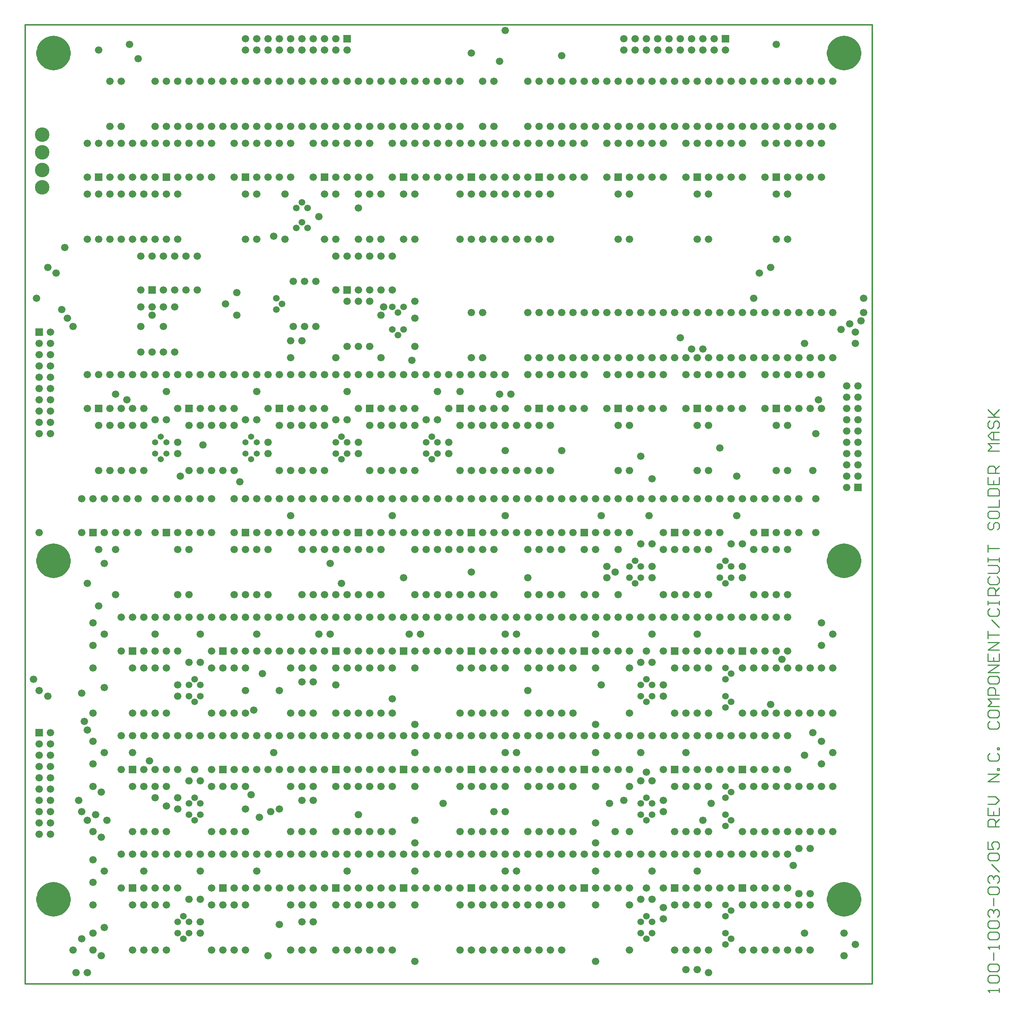
<source format=gbs>
*%FSLAX23Y23*%
*%MOIN*%
G01*
%ADD11C,0.006*%
%ADD12C,0.007*%
%ADD13C,0.008*%
%ADD14C,0.010*%
%ADD15C,0.012*%
%ADD16C,0.020*%
%ADD17C,0.030*%
%ADD18C,0.032*%
%ADD19C,0.036*%
%ADD20C,0.050*%
%ADD21C,0.050*%
%ADD22C,0.052*%
%ADD23C,0.054*%
%ADD24C,0.055*%
%ADD25C,0.056*%
%ADD26C,0.059*%
%ADD27C,0.062*%
%ADD28C,0.066*%
%ADD29C,0.070*%
%ADD30C,0.090*%
%ADD31C,0.125*%
%ADD32C,0.129*%
%ADD33C,0.140*%
%ADD34C,0.160*%
%ADD35C,0.250*%
%ADD36R,0.062X0.062*%
%ADD37R,0.066X0.066*%
D14*
X14001Y3875D02*
Y3908D01*
Y3892D01*
X13901D01*
X13902D01*
X13901D02*
X13918Y3875D01*
Y3958D02*
X13901Y3975D01*
Y4008D01*
X13918Y4025D01*
X13984D01*
X14001Y4008D01*
Y3975D01*
X13984Y3958D01*
X13918D01*
Y4058D02*
X13901Y4075D01*
Y4108D01*
X13918Y4125D01*
X13984D01*
X14001Y4108D01*
Y4075D01*
X13984Y4058D01*
X13918D01*
X13951Y4158D02*
Y4225D01*
X14001Y4258D02*
Y4292D01*
Y4275D01*
X13901D01*
X13902D01*
X13901D02*
X13918Y4258D01*
Y4342D02*
X13901Y4358D01*
Y4392D01*
X13918Y4408D01*
X13984D01*
X14001Y4392D01*
Y4358D01*
X13984Y4342D01*
X13918D01*
Y4441D02*
X13901Y4458D01*
Y4491D01*
X13918Y4508D01*
X13984D01*
X14001Y4491D01*
Y4458D01*
X13984Y4441D01*
X13918D01*
Y4541D02*
X13901Y4558D01*
Y4591D01*
X13918Y4608D01*
X13934D01*
X13935D01*
X13934D02*
X13935D01*
X13934D02*
X13935D01*
X13934D02*
X13951Y4591D01*
Y4575D01*
Y4591D01*
X13968Y4608D01*
X13984D01*
X14001Y4591D01*
Y4558D01*
X13984Y4541D01*
X13951Y4641D02*
Y4708D01*
X13918Y4741D02*
X13901Y4758D01*
Y4791D01*
X13918Y4808D01*
X13984D01*
X14001Y4791D01*
Y4758D01*
X13984Y4741D01*
X13918D01*
Y4841D02*
X13901Y4858D01*
Y4891D01*
X13918Y4908D01*
X13934D01*
X13935D01*
X13934D02*
X13935D01*
X13934D02*
X13935D01*
X13934D02*
X13951Y4891D01*
Y4875D01*
Y4891D01*
X13968Y4908D01*
X13984D01*
X14001Y4891D01*
Y4858D01*
X13984Y4841D01*
X14001Y4941D02*
X13934Y5008D01*
X13918Y5041D02*
X13901Y5058D01*
Y5091D01*
X13918Y5108D01*
X13984D01*
X14001Y5091D01*
Y5058D01*
X13984Y5041D01*
X13918D01*
X13901Y5141D02*
Y5208D01*
Y5141D02*
X13951D01*
X13934Y5175D01*
Y5191D01*
X13951Y5208D01*
X13984D01*
X14001Y5191D01*
Y5158D01*
X13984Y5141D01*
X14001Y5341D02*
X13901D01*
Y5391D01*
X13918Y5408D01*
X13951D01*
X13968Y5391D01*
Y5341D01*
Y5375D02*
X14001Y5408D01*
X13901Y5441D02*
Y5508D01*
Y5441D02*
X14001D01*
Y5508D01*
X13951Y5474D02*
Y5441D01*
X13968Y5541D02*
X13901D01*
X13968D02*
X14001Y5574D01*
X13968Y5608D01*
X13901D01*
Y5741D02*
X14001D01*
Y5808D02*
X13901Y5741D01*
Y5808D02*
X14001D01*
Y5841D02*
X13984D01*
Y5858D01*
X14001D01*
Y5841D01*
X13901Y5974D02*
X13918Y5991D01*
X13901Y5974D02*
Y5941D01*
X13918Y5924D01*
X13984D01*
X14001Y5941D01*
Y5974D01*
X13984Y5991D01*
Y6024D02*
X14001D01*
X13984D02*
Y6041D01*
X14001D01*
Y6024D01*
X13901Y6258D02*
X13918Y6274D01*
X13901Y6258D02*
Y6224D01*
X13918Y6208D01*
X13984D01*
X14001Y6224D01*
Y6258D01*
X13984Y6274D01*
X13901Y6324D02*
Y6358D01*
Y6324D02*
X13918Y6308D01*
X13984D01*
X14001Y6324D01*
Y6358D01*
X13984Y6374D01*
X13918D01*
X13901Y6358D01*
Y6408D02*
X14001D01*
X13934Y6441D02*
X13901Y6408D01*
X13934Y6441D02*
X13901Y6474D01*
X14001D01*
Y6507D02*
X13901D01*
Y6557D01*
X13918Y6574D01*
X13951D01*
X13968Y6557D01*
Y6507D01*
X13901Y6624D02*
Y6657D01*
Y6624D02*
X13918Y6607D01*
X13984D01*
X14001Y6624D01*
Y6657D01*
X13984Y6674D01*
X13918D01*
X13901Y6657D01*
Y6707D02*
X14001D01*
Y6774D02*
X13901Y6707D01*
Y6774D02*
X14001D01*
X13901Y6807D02*
Y6874D01*
Y6807D02*
X14001D01*
Y6874D01*
X13951Y6841D02*
Y6807D01*
X14001Y6907D02*
X13901D01*
X14001Y6974D01*
X13901D01*
Y7007D02*
Y7074D01*
Y7041D01*
X14001D01*
Y7107D02*
X13934Y7174D01*
X13901Y7257D02*
X13918Y7274D01*
X13901Y7257D02*
Y7224D01*
X13918Y7207D01*
X13984D01*
X14001Y7224D01*
Y7257D01*
X13984Y7274D01*
X13901Y7307D02*
Y7341D01*
Y7324D01*
X14001D01*
Y7307D01*
Y7341D01*
Y7391D02*
X13901D01*
Y7441D01*
X13918Y7457D01*
X13951D01*
X13968Y7441D01*
Y7391D01*
Y7424D02*
X14001Y7457D01*
X13918Y7557D02*
X13901Y7540D01*
Y7507D01*
X13918Y7490D01*
X13984D01*
X14001Y7507D01*
Y7540D01*
X13984Y7557D01*
Y7590D02*
X13901D01*
X13984D02*
X14001Y7607D01*
Y7640D01*
X13984Y7657D01*
X13901D01*
Y7690D02*
Y7724D01*
Y7707D01*
X14001D01*
Y7690D01*
Y7724D01*
X13901Y7774D02*
Y7840D01*
Y7807D01*
X14001D01*
X13901Y8024D02*
X13918Y8040D01*
X13901Y8024D02*
Y7990D01*
X13918Y7974D01*
X13934D01*
X13951Y7990D01*
Y8024D01*
X13968Y8040D01*
X13984D01*
X14001Y8024D01*
Y7990D01*
X13984Y7974D01*
X13901Y8090D02*
Y8124D01*
Y8090D02*
X13918Y8074D01*
X13984D01*
X14001Y8090D01*
Y8124D01*
X13984Y8140D01*
X13918D01*
X13901Y8124D01*
Y8174D02*
X14001D01*
Y8240D01*
Y8274D02*
X13901D01*
X14001D02*
Y8324D01*
X13984Y8340D01*
X13918D01*
X13901Y8324D01*
Y8274D01*
Y8374D02*
Y8440D01*
Y8374D02*
X14001D01*
Y8440D01*
X13951Y8407D02*
Y8374D01*
X14001Y8474D02*
X13901D01*
Y8523D01*
X13918Y8540D01*
X13951D01*
X13968Y8523D01*
Y8474D01*
Y8507D02*
X14001Y8540D01*
Y8673D02*
X13901D01*
X13934Y8707D01*
X13901Y8740D01*
X14001D01*
Y8773D02*
X13934D01*
X13901Y8807D01*
X13934Y8840D01*
X14001D01*
X13951D01*
Y8773D01*
X13901Y8923D02*
X13918Y8940D01*
X13901Y8923D02*
Y8890D01*
X13918Y8873D01*
X13934D01*
X13951Y8890D01*
Y8923D01*
X13968Y8940D01*
X13984D01*
X14001Y8923D01*
Y8890D01*
X13984Y8873D01*
X14001Y8973D02*
X13901D01*
X13968D02*
X14001D01*
X13968D02*
X13901Y9040D01*
X13951Y8990D01*
X14001Y9040D01*
D15*
X12876Y3950D02*
X5376D01*
Y12450D02*
X12876D01*
Y3950D01*
X5376D02*
Y12450D01*
D21*
X5499Y7700D02*
X5500D01*
X5499D02*
X5499Y7690D01*
X5501Y7680D01*
X5503Y7670D01*
X5506Y7660D01*
X5509Y7650D01*
X5514Y7641D01*
X5519Y7632D01*
X5524Y7624D01*
X5531Y7616D01*
X5538Y7608D01*
X5546Y7602D01*
X5554Y7595D01*
X5562Y7590D01*
X5572Y7585D01*
X5581Y7581D01*
X5591Y7578D01*
X5601Y7576D01*
X5611Y7574D01*
X5621Y7573D01*
X5631D01*
X5641Y7574D01*
X5651Y7576D01*
X5661Y7578D01*
X5671Y7581D01*
X5680Y7585D01*
X5690Y7590D01*
X5698Y7595D01*
X5706Y7602D01*
X5714Y7608D01*
X5721Y7616D01*
X5728Y7624D01*
X5733Y7632D01*
X5738Y7641D01*
X5743Y7650D01*
X5746Y7660D01*
X5749Y7670D01*
X5751Y7680D01*
X5753Y7690D01*
X5753Y7700D01*
X5754D01*
X5753D02*
X5753Y7710D01*
X5751Y7720D01*
X5749Y7730D01*
X5746Y7740D01*
X5743Y7750D01*
X5738Y7759D01*
X5733Y7768D01*
X5728Y7776D01*
X5721Y7784D01*
X5714Y7792D01*
X5706Y7798D01*
X5698Y7805D01*
X5690Y7810D01*
X5680Y7815D01*
X5671Y7819D01*
X5661Y7822D01*
X5651Y7824D01*
X5641Y7826D01*
X5631Y7827D01*
X5621D01*
X5611Y7826D01*
X5601Y7824D01*
X5591Y7822D01*
X5581Y7819D01*
X5572Y7815D01*
X5562Y7810D01*
X5554Y7805D01*
X5546Y7798D01*
X5538Y7792D01*
X5531Y7784D01*
X5524Y7776D01*
X5519Y7768D01*
X5514Y7759D01*
X5509Y7750D01*
X5506Y7740D01*
X5503Y7730D01*
X5501Y7720D01*
X5499Y7710D01*
X5499Y7700D01*
X5547D02*
X5548D01*
X5547D02*
X5548Y7691D01*
X5549Y7682D01*
X5552Y7673D01*
X5555Y7665D01*
X5560Y7657D01*
X5565Y7649D01*
X5572Y7643D01*
X5579Y7637D01*
X5586Y7632D01*
X5595Y7627D01*
X5603Y7624D01*
X5612Y7622D01*
X5621Y7621D01*
X5631D01*
X5640Y7622D01*
X5649Y7624D01*
X5657Y7627D01*
X5666Y7632D01*
X5673Y7637D01*
X5680Y7643D01*
X5687Y7649D01*
X5692Y7657D01*
X5697Y7665D01*
X5700Y7673D01*
X5703Y7682D01*
X5704Y7691D01*
X5705Y7700D01*
X5706D01*
X5705D02*
X5704Y7709D01*
X5703Y7718D01*
X5700Y7727D01*
X5697Y7735D01*
X5692Y7743D01*
X5687Y7751D01*
X5680Y7757D01*
X5673Y7763D01*
X5666Y7768D01*
X5657Y7773D01*
X5649Y7776D01*
X5640Y7778D01*
X5631Y7779D01*
X5621D01*
X5612Y7778D01*
X5603Y7776D01*
X5595Y7773D01*
X5586Y7768D01*
X5579Y7763D01*
X5572Y7757D01*
X5565Y7751D01*
X5560Y7743D01*
X5555Y7735D01*
X5552Y7727D01*
X5549Y7718D01*
X5548Y7709D01*
X5547Y7700D01*
X5595D02*
X5596D01*
X5595D02*
X5596Y7694D01*
X5598Y7687D01*
X5601Y7682D01*
X5605Y7677D01*
X5610Y7673D01*
X5616Y7671D01*
X5623Y7669D01*
X5629D01*
X5636Y7671D01*
X5642Y7673D01*
X5647Y7677D01*
X5651Y7682D01*
X5654Y7687D01*
X5656Y7694D01*
X5657Y7700D01*
X5658D01*
X5657D02*
X5656Y7706D01*
X5654Y7713D01*
X5651Y7718D01*
X5647Y7723D01*
X5642Y7727D01*
X5636Y7729D01*
X5629Y7731D01*
X5623D01*
X5616Y7729D01*
X5610Y7727D01*
X5605Y7723D01*
X5601Y7718D01*
X5598Y7713D01*
X5596Y7706D01*
X5595Y7700D01*
X5626D02*
D03*
X12499D02*
X12500D01*
X12499D02*
X12499Y7690D01*
X12501Y7680D01*
X12503Y7670D01*
X12506Y7660D01*
X12509Y7650D01*
X12514Y7641D01*
X12519Y7632D01*
X12524Y7624D01*
X12531Y7616D01*
X12538Y7608D01*
X12546Y7602D01*
X12554Y7595D01*
X12562Y7590D01*
X12572Y7585D01*
X12581Y7581D01*
X12591Y7578D01*
X12601Y7576D01*
X12611Y7574D01*
X12621Y7573D01*
X12631D01*
X12641Y7574D01*
X12651Y7576D01*
X12661Y7578D01*
X12671Y7581D01*
X12680Y7585D01*
X12690Y7590D01*
X12698Y7595D01*
X12706Y7602D01*
X12714Y7608D01*
X12721Y7616D01*
X12728Y7624D01*
X12733Y7632D01*
X12738Y7641D01*
X12743Y7650D01*
X12746Y7660D01*
X12749Y7670D01*
X12751Y7680D01*
X12753Y7690D01*
X12753Y7700D01*
X12754D01*
X12753D02*
X12753Y7710D01*
X12751Y7720D01*
X12749Y7730D01*
X12746Y7740D01*
X12743Y7750D01*
X12738Y7759D01*
X12733Y7768D01*
X12728Y7776D01*
X12721Y7784D01*
X12714Y7792D01*
X12706Y7798D01*
X12698Y7805D01*
X12690Y7810D01*
X12680Y7815D01*
X12671Y7819D01*
X12661Y7822D01*
X12651Y7824D01*
X12641Y7826D01*
X12631Y7827D01*
X12621D01*
X12611Y7826D01*
X12601Y7824D01*
X12591Y7822D01*
X12581Y7819D01*
X12572Y7815D01*
X12562Y7810D01*
X12554Y7805D01*
X12546Y7798D01*
X12538Y7792D01*
X12531Y7784D01*
X12524Y7776D01*
X12519Y7768D01*
X12514Y7759D01*
X12509Y7750D01*
X12506Y7740D01*
X12503Y7730D01*
X12501Y7720D01*
X12499Y7710D01*
X12499Y7700D01*
X12547D02*
X12548D01*
X12547D02*
X12548Y7691D01*
X12549Y7682D01*
X12552Y7673D01*
X12555Y7665D01*
X12560Y7657D01*
X12565Y7649D01*
X12572Y7643D01*
X12579Y7637D01*
X12586Y7632D01*
X12595Y7627D01*
X12603Y7624D01*
X12612Y7622D01*
X12621Y7621D01*
X12631D01*
X12640Y7622D01*
X12649Y7624D01*
X12657Y7627D01*
X12666Y7632D01*
X12673Y7637D01*
X12680Y7643D01*
X12687Y7649D01*
X12692Y7657D01*
X12697Y7665D01*
X12700Y7673D01*
X12703Y7682D01*
X12704Y7691D01*
X12705Y7700D01*
X12706D01*
X12705D02*
X12704Y7709D01*
X12703Y7718D01*
X12700Y7727D01*
X12697Y7735D01*
X12692Y7743D01*
X12687Y7751D01*
X12680Y7757D01*
X12673Y7763D01*
X12666Y7768D01*
X12657Y7773D01*
X12649Y7776D01*
X12640Y7778D01*
X12631Y7779D01*
X12621D01*
X12612Y7778D01*
X12603Y7776D01*
X12595Y7773D01*
X12586Y7768D01*
X12579Y7763D01*
X12572Y7757D01*
X12565Y7751D01*
X12560Y7743D01*
X12555Y7735D01*
X12552Y7727D01*
X12549Y7718D01*
X12548Y7709D01*
X12547Y7700D01*
X12595D02*
X12596D01*
X12595D02*
X12596Y7694D01*
X12598Y7687D01*
X12601Y7682D01*
X12605Y7677D01*
X12610Y7673D01*
X12616Y7671D01*
X12623Y7669D01*
X12629D01*
X12636Y7671D01*
X12642Y7673D01*
X12647Y7677D01*
X12651Y7682D01*
X12654Y7687D01*
X12656Y7694D01*
X12657Y7700D01*
X12658D01*
X12657D02*
X12656Y7706D01*
X12654Y7713D01*
X12651Y7718D01*
X12647Y7723D01*
X12642Y7727D01*
X12636Y7729D01*
X12629Y7731D01*
X12623D01*
X12616Y7729D01*
X12610Y7727D01*
X12605Y7723D01*
X12601Y7718D01*
X12598Y7713D01*
X12596Y7706D01*
X12595Y7700D01*
X12626D02*
D03*
X12499Y4700D02*
X12500D01*
X12499D02*
X12499Y4690D01*
X12501Y4680D01*
X12503Y4670D01*
X12506Y4660D01*
X12509Y4650D01*
X12514Y4641D01*
X12519Y4632D01*
X12524Y4624D01*
X12531Y4616D01*
X12538Y4608D01*
X12546Y4602D01*
X12554Y4595D01*
X12562Y4590D01*
X12572Y4585D01*
X12581Y4581D01*
X12591Y4578D01*
X12601Y4576D01*
X12611Y4574D01*
X12621Y4573D01*
X12631D01*
X12641Y4574D01*
X12651Y4576D01*
X12661Y4578D01*
X12671Y4581D01*
X12680Y4585D01*
X12690Y4590D01*
X12698Y4595D01*
X12706Y4602D01*
X12714Y4608D01*
X12721Y4616D01*
X12728Y4624D01*
X12733Y4632D01*
X12738Y4641D01*
X12743Y4650D01*
X12746Y4660D01*
X12749Y4670D01*
X12751Y4680D01*
X12753Y4690D01*
X12753Y4700D01*
X12754D01*
X12753D02*
X12753Y4710D01*
X12751Y4720D01*
X12749Y4730D01*
X12746Y4740D01*
X12743Y4750D01*
X12738Y4759D01*
X12733Y4768D01*
X12728Y4776D01*
X12721Y4784D01*
X12714Y4792D01*
X12706Y4798D01*
X12698Y4805D01*
X12690Y4810D01*
X12680Y4815D01*
X12671Y4819D01*
X12661Y4822D01*
X12651Y4824D01*
X12641Y4826D01*
X12631Y4827D01*
X12621D01*
X12611Y4826D01*
X12601Y4824D01*
X12591Y4822D01*
X12581Y4819D01*
X12572Y4815D01*
X12562Y4810D01*
X12554Y4805D01*
X12546Y4798D01*
X12538Y4792D01*
X12531Y4784D01*
X12524Y4776D01*
X12519Y4768D01*
X12514Y4759D01*
X12509Y4750D01*
X12506Y4740D01*
X12503Y4730D01*
X12501Y4720D01*
X12499Y4710D01*
X12499Y4700D01*
X12547D02*
X12548D01*
X12547D02*
X12548Y4691D01*
X12549Y4682D01*
X12552Y4673D01*
X12555Y4665D01*
X12560Y4657D01*
X12565Y4649D01*
X12572Y4643D01*
X12579Y4637D01*
X12586Y4632D01*
X12595Y4627D01*
X12603Y4624D01*
X12612Y4622D01*
X12621Y4621D01*
X12631D01*
X12640Y4622D01*
X12649Y4624D01*
X12657Y4627D01*
X12666Y4632D01*
X12673Y4637D01*
X12680Y4643D01*
X12687Y4649D01*
X12692Y4657D01*
X12697Y4665D01*
X12700Y4673D01*
X12703Y4682D01*
X12704Y4691D01*
X12705Y4700D01*
X12706D01*
X12705D02*
X12704Y4709D01*
X12703Y4718D01*
X12700Y4727D01*
X12697Y4735D01*
X12692Y4743D01*
X12687Y4751D01*
X12680Y4757D01*
X12673Y4763D01*
X12666Y4768D01*
X12657Y4773D01*
X12649Y4776D01*
X12640Y4778D01*
X12631Y4779D01*
X12621D01*
X12612Y4778D01*
X12603Y4776D01*
X12595Y4773D01*
X12586Y4768D01*
X12579Y4763D01*
X12572Y4757D01*
X12565Y4751D01*
X12560Y4743D01*
X12555Y4735D01*
X12552Y4727D01*
X12549Y4718D01*
X12548Y4709D01*
X12547Y4700D01*
X12595D02*
X12596D01*
X12595D02*
X12596Y4694D01*
X12598Y4687D01*
X12601Y4682D01*
X12605Y4677D01*
X12610Y4673D01*
X12616Y4671D01*
X12623Y4669D01*
X12629D01*
X12636Y4671D01*
X12642Y4673D01*
X12647Y4677D01*
X12651Y4682D01*
X12654Y4687D01*
X12656Y4694D01*
X12657Y4700D01*
X12658D01*
X12657D02*
X12656Y4706D01*
X12654Y4713D01*
X12651Y4718D01*
X12647Y4723D01*
X12642Y4727D01*
X12636Y4729D01*
X12629Y4731D01*
X12623D01*
X12616Y4729D01*
X12610Y4727D01*
X12605Y4723D01*
X12601Y4718D01*
X12598Y4713D01*
X12596Y4706D01*
X12595Y4700D01*
X12626D02*
D03*
X5499D02*
X5500D01*
X5499D02*
X5499Y4690D01*
X5501Y4680D01*
X5503Y4670D01*
X5506Y4660D01*
X5509Y4650D01*
X5514Y4641D01*
X5519Y4632D01*
X5524Y4624D01*
X5531Y4616D01*
X5538Y4608D01*
X5546Y4602D01*
X5554Y4595D01*
X5562Y4590D01*
X5572Y4585D01*
X5581Y4581D01*
X5591Y4578D01*
X5601Y4576D01*
X5611Y4574D01*
X5621Y4573D01*
X5631D01*
X5641Y4574D01*
X5651Y4576D01*
X5661Y4578D01*
X5671Y4581D01*
X5680Y4585D01*
X5690Y4590D01*
X5698Y4595D01*
X5706Y4602D01*
X5714Y4608D01*
X5721Y4616D01*
X5728Y4624D01*
X5733Y4632D01*
X5738Y4641D01*
X5743Y4650D01*
X5746Y4660D01*
X5749Y4670D01*
X5751Y4680D01*
X5753Y4690D01*
X5753Y4700D01*
X5754D01*
X5753D02*
X5753Y4710D01*
X5751Y4720D01*
X5749Y4730D01*
X5746Y4740D01*
X5743Y4750D01*
X5738Y4759D01*
X5733Y4768D01*
X5728Y4776D01*
X5721Y4784D01*
X5714Y4792D01*
X5706Y4798D01*
X5698Y4805D01*
X5690Y4810D01*
X5680Y4815D01*
X5671Y4819D01*
X5661Y4822D01*
X5651Y4824D01*
X5641Y4826D01*
X5631Y4827D01*
X5621D01*
X5611Y4826D01*
X5601Y4824D01*
X5591Y4822D01*
X5581Y4819D01*
X5572Y4815D01*
X5562Y4810D01*
X5554Y4805D01*
X5546Y4798D01*
X5538Y4792D01*
X5531Y4784D01*
X5524Y4776D01*
X5519Y4768D01*
X5514Y4759D01*
X5509Y4750D01*
X5506Y4740D01*
X5503Y4730D01*
X5501Y4720D01*
X5499Y4710D01*
X5499Y4700D01*
X5547D02*
X5548D01*
X5547D02*
X5548Y4691D01*
X5549Y4682D01*
X5552Y4673D01*
X5555Y4665D01*
X5560Y4657D01*
X5565Y4649D01*
X5572Y4643D01*
X5579Y4637D01*
X5586Y4632D01*
X5595Y4627D01*
X5603Y4624D01*
X5612Y4622D01*
X5621Y4621D01*
X5631D01*
X5640Y4622D01*
X5649Y4624D01*
X5657Y4627D01*
X5666Y4632D01*
X5673Y4637D01*
X5680Y4643D01*
X5687Y4649D01*
X5692Y4657D01*
X5697Y4665D01*
X5700Y4673D01*
X5703Y4682D01*
X5704Y4691D01*
X5705Y4700D01*
X5706D01*
X5705D02*
X5704Y4709D01*
X5703Y4718D01*
X5700Y4727D01*
X5697Y4735D01*
X5692Y4743D01*
X5687Y4751D01*
X5680Y4757D01*
X5673Y4763D01*
X5666Y4768D01*
X5657Y4773D01*
X5649Y4776D01*
X5640Y4778D01*
X5631Y4779D01*
X5621D01*
X5612Y4778D01*
X5603Y4776D01*
X5595Y4773D01*
X5586Y4768D01*
X5579Y4763D01*
X5572Y4757D01*
X5565Y4751D01*
X5560Y4743D01*
X5555Y4735D01*
X5552Y4727D01*
X5549Y4718D01*
X5548Y4709D01*
X5547Y4700D01*
X5595D02*
X5596D01*
X5595D02*
X5596Y4694D01*
X5598Y4687D01*
X5601Y4682D01*
X5605Y4677D01*
X5610Y4673D01*
X5616Y4671D01*
X5623Y4669D01*
X5629D01*
X5636Y4671D01*
X5642Y4673D01*
X5647Y4677D01*
X5651Y4682D01*
X5654Y4687D01*
X5656Y4694D01*
X5657Y4700D01*
X5658D01*
X5657D02*
X5656Y4706D01*
X5654Y4713D01*
X5651Y4718D01*
X5647Y4723D01*
X5642Y4727D01*
X5636Y4729D01*
X5629Y4731D01*
X5623D01*
X5616Y4729D01*
X5610Y4727D01*
X5605Y4723D01*
X5601Y4718D01*
X5598Y4713D01*
X5596Y4706D01*
X5595Y4700D01*
X5626D02*
D03*
X12499Y12200D02*
X12500D01*
X12499D02*
X12499Y12190D01*
X12501Y12180D01*
X12503Y12170D01*
X12506Y12160D01*
X12509Y12150D01*
X12514Y12141D01*
X12519Y12132D01*
X12524Y12124D01*
X12531Y12116D01*
X12538Y12108D01*
X12546Y12102D01*
X12554Y12095D01*
X12562Y12090D01*
X12572Y12085D01*
X12581Y12081D01*
X12591Y12078D01*
X12601Y12076D01*
X12611Y12074D01*
X12621Y12073D01*
X12631D01*
X12641Y12074D01*
X12651Y12076D01*
X12661Y12078D01*
X12671Y12081D01*
X12680Y12085D01*
X12690Y12090D01*
X12698Y12095D01*
X12706Y12102D01*
X12714Y12108D01*
X12721Y12116D01*
X12728Y12124D01*
X12733Y12132D01*
X12738Y12141D01*
X12743Y12150D01*
X12746Y12160D01*
X12749Y12170D01*
X12751Y12180D01*
X12753Y12190D01*
X12753Y12200D01*
X12754D01*
X12753D02*
X12753Y12210D01*
X12751Y12220D01*
X12749Y12230D01*
X12746Y12240D01*
X12743Y12250D01*
X12738Y12259D01*
X12733Y12268D01*
X12728Y12276D01*
X12721Y12284D01*
X12714Y12292D01*
X12706Y12298D01*
X12698Y12305D01*
X12690Y12310D01*
X12680Y12315D01*
X12671Y12319D01*
X12661Y12322D01*
X12651Y12324D01*
X12641Y12326D01*
X12631Y12327D01*
X12621D01*
X12611Y12326D01*
X12601Y12324D01*
X12591Y12322D01*
X12581Y12319D01*
X12572Y12315D01*
X12562Y12310D01*
X12554Y12305D01*
X12546Y12298D01*
X12538Y12292D01*
X12531Y12284D01*
X12524Y12276D01*
X12519Y12268D01*
X12514Y12259D01*
X12509Y12250D01*
X12506Y12240D01*
X12503Y12230D01*
X12501Y12220D01*
X12499Y12210D01*
X12499Y12200D01*
X12547D02*
X12548D01*
X12547D02*
X12548Y12191D01*
X12549Y12182D01*
X12552Y12173D01*
X12555Y12165D01*
X12560Y12157D01*
X12565Y12149D01*
X12572Y12143D01*
X12579Y12137D01*
X12586Y12132D01*
X12595Y12127D01*
X12603Y12124D01*
X12612Y12122D01*
X12621Y12121D01*
X12631D01*
X12640Y12122D01*
X12649Y12124D01*
X12657Y12127D01*
X12666Y12132D01*
X12673Y12137D01*
X12680Y12143D01*
X12687Y12149D01*
X12692Y12157D01*
X12697Y12165D01*
X12700Y12173D01*
X12703Y12182D01*
X12704Y12191D01*
X12705Y12200D01*
X12706D01*
X12705D02*
X12704Y12209D01*
X12703Y12218D01*
X12700Y12227D01*
X12697Y12235D01*
X12692Y12243D01*
X12687Y12251D01*
X12680Y12257D01*
X12673Y12263D01*
X12666Y12268D01*
X12657Y12273D01*
X12649Y12276D01*
X12640Y12278D01*
X12631Y12279D01*
X12621D01*
X12612Y12278D01*
X12603Y12276D01*
X12595Y12273D01*
X12586Y12268D01*
X12579Y12263D01*
X12572Y12257D01*
X12565Y12251D01*
X12560Y12243D01*
X12555Y12235D01*
X12552Y12227D01*
X12549Y12218D01*
X12548Y12209D01*
X12547Y12200D01*
X12595D02*
X12596D01*
X12595D02*
X12596Y12194D01*
X12598Y12187D01*
X12601Y12182D01*
X12605Y12177D01*
X12610Y12173D01*
X12616Y12171D01*
X12623Y12169D01*
X12629D01*
X12636Y12171D01*
X12642Y12173D01*
X12647Y12177D01*
X12651Y12182D01*
X12654Y12187D01*
X12656Y12194D01*
X12657Y12200D01*
X12658D01*
X12657D02*
X12656Y12206D01*
X12654Y12213D01*
X12651Y12218D01*
X12647Y12223D01*
X12642Y12227D01*
X12636Y12229D01*
X12629Y12231D01*
X12623D01*
X12616Y12229D01*
X12610Y12227D01*
X12605Y12223D01*
X12601Y12218D01*
X12598Y12213D01*
X12596Y12206D01*
X12595Y12200D01*
X12626D02*
D03*
X5499D02*
X5500D01*
X5499D02*
X5499Y12190D01*
X5501Y12180D01*
X5503Y12170D01*
X5506Y12160D01*
X5509Y12150D01*
X5514Y12141D01*
X5519Y12132D01*
X5524Y12124D01*
X5531Y12116D01*
X5538Y12108D01*
X5546Y12102D01*
X5554Y12095D01*
X5562Y12090D01*
X5572Y12085D01*
X5581Y12081D01*
X5591Y12078D01*
X5601Y12076D01*
X5611Y12074D01*
X5621Y12073D01*
X5631D01*
X5641Y12074D01*
X5651Y12076D01*
X5661Y12078D01*
X5671Y12081D01*
X5680Y12085D01*
X5690Y12090D01*
X5698Y12095D01*
X5706Y12102D01*
X5714Y12108D01*
X5721Y12116D01*
X5728Y12124D01*
X5733Y12132D01*
X5738Y12141D01*
X5743Y12150D01*
X5746Y12160D01*
X5749Y12170D01*
X5751Y12180D01*
X5753Y12190D01*
X5753Y12200D01*
X5754D01*
X5753D02*
X5753Y12210D01*
X5751Y12220D01*
X5749Y12230D01*
X5746Y12240D01*
X5743Y12250D01*
X5738Y12259D01*
X5733Y12268D01*
X5728Y12276D01*
X5721Y12284D01*
X5714Y12292D01*
X5706Y12298D01*
X5698Y12305D01*
X5690Y12310D01*
X5680Y12315D01*
X5671Y12319D01*
X5661Y12322D01*
X5651Y12324D01*
X5641Y12326D01*
X5631Y12327D01*
X5621D01*
X5611Y12326D01*
X5601Y12324D01*
X5591Y12322D01*
X5581Y12319D01*
X5572Y12315D01*
X5562Y12310D01*
X5554Y12305D01*
X5546Y12298D01*
X5538Y12292D01*
X5531Y12284D01*
X5524Y12276D01*
X5519Y12268D01*
X5514Y12259D01*
X5509Y12250D01*
X5506Y12240D01*
X5503Y12230D01*
X5501Y12220D01*
X5499Y12210D01*
X5499Y12200D01*
X5547D02*
X5548D01*
X5547D02*
X5548Y12191D01*
X5549Y12182D01*
X5552Y12173D01*
X5555Y12165D01*
X5560Y12157D01*
X5565Y12149D01*
X5572Y12143D01*
X5579Y12137D01*
X5586Y12132D01*
X5595Y12127D01*
X5603Y12124D01*
X5612Y12122D01*
X5621Y12121D01*
X5631D01*
X5640Y12122D01*
X5649Y12124D01*
X5657Y12127D01*
X5666Y12132D01*
X5673Y12137D01*
X5680Y12143D01*
X5687Y12149D01*
X5692Y12157D01*
X5697Y12165D01*
X5700Y12173D01*
X5703Y12182D01*
X5704Y12191D01*
X5705Y12200D01*
X5706D01*
X5705D02*
X5704Y12209D01*
X5703Y12218D01*
X5700Y12227D01*
X5697Y12235D01*
X5692Y12243D01*
X5687Y12251D01*
X5680Y12257D01*
X5673Y12263D01*
X5666Y12268D01*
X5657Y12273D01*
X5649Y12276D01*
X5640Y12278D01*
X5631Y12279D01*
X5621D01*
X5612Y12278D01*
X5603Y12276D01*
X5595Y12273D01*
X5586Y12268D01*
X5579Y12263D01*
X5572Y12257D01*
X5565Y12251D01*
X5560Y12243D01*
X5555Y12235D01*
X5552Y12227D01*
X5549Y12218D01*
X5548Y12209D01*
X5547Y12200D01*
X5595D02*
X5596D01*
X5595D02*
X5596Y12194D01*
X5598Y12187D01*
X5601Y12182D01*
X5605Y12177D01*
X5610Y12173D01*
X5616Y12171D01*
X5623Y12169D01*
X5629D01*
X5636Y12171D01*
X5642Y12173D01*
X5647Y12177D01*
X5651Y12182D01*
X5654Y12187D01*
X5656Y12194D01*
X5657Y12200D01*
X5658D01*
X5657D02*
X5656Y12206D01*
X5654Y12213D01*
X5651Y12218D01*
X5647Y12223D01*
X5642Y12227D01*
X5636Y12229D01*
X5629Y12231D01*
X5623D01*
X5616Y12229D01*
X5610Y12227D01*
X5605Y12223D01*
X5601Y12218D01*
X5598Y12213D01*
X5596Y12206D01*
X5595Y12200D01*
X5626D02*
D03*
D23*
X7326Y8650D02*
D03*
X7426D02*
D03*
X7376Y8600D02*
D03*
X7426Y8750D02*
D03*
X7326D02*
D03*
X7376Y8800D02*
D03*
X6526Y8650D02*
D03*
X6626D02*
D03*
X6576Y8600D02*
D03*
X6626Y8750D02*
D03*
X6526D02*
D03*
X6576Y8800D02*
D03*
D26*
X7876Y10650D02*
D03*
X7776D02*
D03*
X7826Y10700D02*
D03*
X7876Y10825D02*
D03*
X7776D02*
D03*
X7826Y10875D02*
D03*
X10926Y6600D02*
D03*
X10826D02*
D03*
X10876Y6650D02*
D03*
X10826Y6500D02*
D03*
X10926D02*
D03*
X10876Y6450D02*
D03*
X10826Y7650D02*
D03*
X10726D02*
D03*
X10776Y7700D02*
D03*
X10726Y7550D02*
D03*
X10826D02*
D03*
X10776Y7500D02*
D03*
X10926Y5550D02*
D03*
X10826D02*
D03*
X10876Y5600D02*
D03*
X10826Y5450D02*
D03*
X10926D02*
D03*
X10876Y5400D02*
D03*
X6726Y4400D02*
D03*
X6826D02*
D03*
X6776Y4350D02*
D03*
X8626Y9750D02*
D03*
X8726D02*
D03*
X8676Y9700D02*
D03*
X8626Y9950D02*
D03*
X8726D02*
D03*
X8676Y9900D02*
D03*
X7601Y10025D02*
D03*
X7651Y9975D02*
D03*
X7601Y9925D02*
D03*
X11526Y7550D02*
D03*
X11626D02*
D03*
X11576Y7500D02*
D03*
Y6400D02*
D03*
Y6500D02*
D03*
X11626Y6450D02*
D03*
X11576Y6650D02*
D03*
Y6750D02*
D03*
X11626Y6700D02*
D03*
X11576Y5350D02*
D03*
Y5450D02*
D03*
X11626Y5400D02*
D03*
X11576Y5600D02*
D03*
Y5700D02*
D03*
X11626Y5650D02*
D03*
X11576Y4300D02*
D03*
Y4400D02*
D03*
X11626Y4350D02*
D03*
X11576Y4550D02*
D03*
Y4650D02*
D03*
X11626Y4600D02*
D03*
X10926Y4500D02*
D03*
X10826D02*
D03*
X10876Y4550D02*
D03*
X10826Y4400D02*
D03*
X10926D02*
D03*
X10876Y4350D02*
D03*
X6926Y5550D02*
D03*
X6826D02*
D03*
X6876Y5600D02*
D03*
X6826Y5450D02*
D03*
X6926D02*
D03*
X6876Y5400D02*
D03*
X6926Y6600D02*
D03*
X6826D02*
D03*
X6876Y6650D02*
D03*
X8926Y8650D02*
D03*
X9026D02*
D03*
X8976Y8600D02*
D03*
X9026Y8750D02*
D03*
X8926D02*
D03*
X8976Y8800D02*
D03*
X8126Y8650D02*
D03*
X8226D02*
D03*
X8176Y8600D02*
D03*
X8226Y8750D02*
D03*
X8126D02*
D03*
X8176Y8800D02*
D03*
X6826Y6500D02*
D03*
X6926D02*
D03*
X6876Y6450D02*
D03*
X6826Y4500D02*
D03*
X6726D02*
D03*
X6776Y4550D02*
D03*
X11626Y7650D02*
D03*
X11526D02*
D03*
X11576Y7700D02*
D03*
D28*
X12801Y10025D02*
D03*
Y9900D02*
D03*
X12601Y9750D02*
D03*
X12676Y9800D02*
D03*
X12726Y9625D02*
D03*
Y9725D02*
D03*
X12776Y9825D02*
D03*
X12401Y9125D02*
D03*
X12276Y4400D02*
D03*
X12376Y8825D02*
D03*
X12351Y8500D02*
D03*
Y6175D02*
D03*
X12276Y5975D02*
D03*
Y9625D02*
D03*
X12026Y12275D02*
D03*
X12176Y5000D02*
D03*
X12076Y6825D02*
D03*
X11976Y10300D02*
D03*
X11876Y10250D02*
D03*
X11826Y10025D02*
D03*
X11976Y6425D02*
D03*
X11676Y8450D02*
D03*
Y8100D02*
D03*
X11426Y4050D02*
D03*
X11526Y8700D02*
D03*
X11451Y5550D02*
D03*
X11326Y7050D02*
D03*
X11276Y9575D02*
D03*
X11376D02*
D03*
X11326Y4075D02*
D03*
X11226D02*
D03*
X11326Y4950D02*
D03*
X11376Y5400D02*
D03*
X11226Y6000D02*
D03*
X11176Y9675D02*
D03*
X10876Y6900D02*
D03*
X10926Y7050D02*
D03*
Y4950D02*
D03*
X10901Y8100D02*
D03*
X10876Y4800D02*
D03*
Y5825D02*
D03*
X10926Y8425D02*
D03*
X10826Y8625D02*
D03*
Y6000D02*
D03*
X10676Y5575D02*
D03*
X10476Y8100D02*
D03*
X10551Y5550D02*
D03*
X10601Y5300D02*
D03*
Y7600D02*
D03*
X10476Y6600D02*
D03*
X10426Y4950D02*
D03*
Y6000D02*
D03*
Y5375D02*
D03*
Y7050D02*
D03*
X10126Y12175D02*
D03*
Y8675D02*
D03*
X9826Y7550D02*
D03*
X9726Y4950D02*
D03*
X9676Y9175D02*
D03*
X9826Y6550D02*
D03*
X9726Y6000D02*
D03*
Y7050D02*
D03*
X9626Y5475D02*
D03*
X9526D02*
D03*
X9626Y8100D02*
D03*
Y12400D02*
D03*
X9576Y12125D02*
D03*
X9626Y4950D02*
D03*
Y8675D02*
D03*
X9576Y9175D02*
D03*
X9626Y6000D02*
D03*
Y7050D02*
D03*
X9326Y12200D02*
D03*
Y7600D02*
D03*
X9076Y5550D02*
D03*
X9226Y9200D02*
D03*
X9026D02*
D03*
X8801Y9475D02*
D03*
X8826Y5400D02*
D03*
Y9850D02*
D03*
Y4950D02*
D03*
X8726Y7550D02*
D03*
X8826Y6000D02*
D03*
X8776Y7050D02*
D03*
X8876D02*
D03*
X8526Y9500D02*
D03*
X8626Y8100D02*
D03*
X8526Y9875D02*
D03*
X8626Y6475D02*
D03*
X8551Y9950D02*
D03*
X8326Y10825D02*
D03*
Y5450D02*
D03*
X8176Y7500D02*
D03*
X8226Y9200D02*
D03*
Y4950D02*
D03*
X8126Y9500D02*
D03*
Y6600D02*
D03*
X7926Y6625D02*
D03*
X8076Y7050D02*
D03*
X7926Y4500D02*
D03*
X7976Y10750D02*
D03*
X8076Y7675D02*
D03*
X7926Y5575D02*
D03*
X7976Y7050D02*
D03*
X7726Y8100D02*
D03*
X7826Y6625D02*
D03*
Y9650D02*
D03*
X7726D02*
D03*
X7826Y4500D02*
D03*
Y5575D02*
D03*
X7726Y9500D02*
D03*
X7526Y4200D02*
D03*
X7576Y10575D02*
D03*
X7626Y4475D02*
D03*
Y5500D02*
D03*
Y6550D02*
D03*
X7576Y6000D02*
D03*
X7551Y5475D02*
D03*
X7476Y6700D02*
D03*
X7426Y9200D02*
D03*
X7326Y5500D02*
D03*
X7426Y4950D02*
D03*
X7451Y5425D02*
D03*
X7376Y5625D02*
D03*
X7326Y6550D02*
D03*
X7401Y6375D02*
D03*
X7426Y7050D02*
D03*
X7276Y8400D02*
D03*
X6951Y8725D02*
D03*
X6926Y4950D02*
D03*
Y7050D02*
D03*
X6876Y5850D02*
D03*
X6751Y8450D02*
D03*
X6626Y5525D02*
D03*
X6601Y9775D02*
D03*
X6626Y9200D02*
D03*
X6526Y5600D02*
D03*
X6501Y9875D02*
D03*
X6401Y9775D02*
D03*
X6376Y12150D02*
D03*
X6426Y4950D02*
D03*
X6476Y5925D02*
D03*
X6526Y7050D02*
D03*
X6176Y9175D02*
D03*
X6276Y9125D02*
D03*
X6301Y12275D02*
D03*
X6326Y6000D02*
D03*
X6051Y4200D02*
D03*
X6101Y5400D02*
D03*
X6051Y5650D02*
D03*
Y5250D02*
D03*
X6026Y12225D02*
D03*
X6076Y4450D02*
D03*
X5976Y4400D02*
D03*
X6001Y5450D02*
D03*
X6076Y6575D02*
D03*
Y7675D02*
D03*
X5751Y9850D02*
D03*
X5801Y9775D02*
D03*
X5826Y4050D02*
D03*
X5926D02*
D03*
X5876Y4350D02*
D03*
X5926Y5400D02*
D03*
X5876Y5475D02*
D03*
X5851Y5575D02*
D03*
X5876Y6525D02*
D03*
X5901Y6275D02*
D03*
X5926Y6200D02*
D03*
X5801Y4250D02*
D03*
X5926Y7500D02*
D03*
X5726Y10475D02*
D03*
X5576Y10300D02*
D03*
X5651Y10250D02*
D03*
X5701Y9925D02*
D03*
X5576Y6500D02*
D03*
X5501Y7950D02*
D03*
Y6550D02*
D03*
X5451Y6650D02*
D03*
X5476Y10025D02*
D03*
X9426Y10550D02*
D03*
Y10950D02*
D03*
X10626Y9900D02*
D03*
Y9500D02*
D03*
X8026Y7400D02*
D03*
Y7800D02*
D03*
X12226Y4750D02*
D03*
Y5150D02*
D03*
X10826Y6800D02*
D03*
Y7200D02*
D03*
X10926D02*
D03*
Y6800D02*
D03*
X12651Y8350D02*
D03*
X12751Y8450D02*
D03*
X12651D02*
D03*
X12751Y8550D02*
D03*
X12651D02*
D03*
X12751Y8650D02*
D03*
X12651D02*
D03*
X12751Y8750D02*
D03*
X12651D02*
D03*
X12751Y8850D02*
D03*
X12651D02*
D03*
X12751Y8950D02*
D03*
X12651D02*
D03*
X12751Y9050D02*
D03*
X12651D02*
D03*
X12751Y9150D02*
D03*
X12651D02*
D03*
X12751Y9250D02*
D03*
X12651D02*
D03*
X8626Y10100D02*
D03*
Y10400D02*
D03*
X8326Y10100D02*
D03*
X8426D02*
D03*
X8526D02*
D03*
Y10400D02*
D03*
X8426D02*
D03*
X8326D02*
D03*
X8226D02*
D03*
X8126D02*
D03*
Y10100D02*
D03*
X8526Y10950D02*
D03*
Y10550D02*
D03*
X8426D02*
D03*
Y10950D02*
D03*
X8326Y10550D02*
D03*
Y10950D02*
D03*
X7676Y10550D02*
D03*
Y10950D02*
D03*
X7026Y8500D02*
D03*
Y8900D02*
D03*
X6926Y8500D02*
D03*
Y8900D02*
D03*
X5601Y9725D02*
D03*
X5501Y9625D02*
D03*
X5601D02*
D03*
X5501Y9525D02*
D03*
X5601D02*
D03*
X5501Y9425D02*
D03*
X5601D02*
D03*
X5501Y9325D02*
D03*
X5601D02*
D03*
X5501Y9225D02*
D03*
X5601D02*
D03*
X5501Y9125D02*
D03*
X5601D02*
D03*
X5501Y9025D02*
D03*
X5601D02*
D03*
X5501Y8925D02*
D03*
X5601D02*
D03*
X5501Y8825D02*
D03*
X5601D02*
D03*
X8226Y12225D02*
D03*
X8126Y12325D02*
D03*
Y12225D02*
D03*
X8026Y12325D02*
D03*
Y12225D02*
D03*
X7926Y12325D02*
D03*
Y12225D02*
D03*
X7826Y12325D02*
D03*
Y12225D02*
D03*
X7726Y12325D02*
D03*
Y12225D02*
D03*
X7626Y12325D02*
D03*
Y12225D02*
D03*
X7526Y12325D02*
D03*
Y12225D02*
D03*
X7426Y12325D02*
D03*
Y12225D02*
D03*
X7326Y12325D02*
D03*
Y12225D02*
D03*
X5926Y11400D02*
D03*
Y11100D02*
D03*
X7326Y11550D02*
D03*
Y11950D02*
D03*
X11026Y6500D02*
D03*
Y6600D02*
D03*
X10726Y11550D02*
D03*
Y11950D02*
D03*
X11326Y7400D02*
D03*
Y7800D02*
D03*
X11126Y5300D02*
D03*
Y5700D02*
D03*
X9926Y6350D02*
D03*
Y6750D02*
D03*
X10126D02*
D03*
Y6350D02*
D03*
X9926Y5300D02*
D03*
Y5700D02*
D03*
X10126D02*
D03*
Y5300D02*
D03*
X10026Y4650D02*
D03*
Y4250D02*
D03*
X10426Y4650D02*
D03*
Y4150D02*
D03*
X9826Y4650D02*
D03*
Y4250D02*
D03*
X5601Y6175D02*
D03*
X5501Y6075D02*
D03*
X5601D02*
D03*
X5501Y5975D02*
D03*
X5601D02*
D03*
X5501Y5875D02*
D03*
X5601D02*
D03*
X5501Y5775D02*
D03*
X5601D02*
D03*
X5501Y5675D02*
D03*
X5601D02*
D03*
X5501Y5575D02*
D03*
X5601D02*
D03*
X5501Y5475D02*
D03*
X5601D02*
D03*
X5501Y5375D02*
D03*
X5601D02*
D03*
X5501Y5275D02*
D03*
X5601D02*
D03*
X10626Y7400D02*
D03*
Y7800D02*
D03*
X11426Y7400D02*
D03*
Y7800D02*
D03*
X11026Y5475D02*
D03*
Y5575D02*
D03*
Y4625D02*
D03*
Y4525D02*
D03*
X9426Y11950D02*
D03*
Y11550D02*
D03*
X9526Y11950D02*
D03*
Y11550D02*
D03*
X12326Y11950D02*
D03*
Y11550D02*
D03*
X8026Y5100D02*
D03*
Y4800D02*
D03*
X11576Y12225D02*
D03*
X11476Y12325D02*
D03*
Y12225D02*
D03*
X11376Y12325D02*
D03*
Y12225D02*
D03*
X11276Y12325D02*
D03*
Y12225D02*
D03*
X11176Y12325D02*
D03*
Y12225D02*
D03*
X11076Y12325D02*
D03*
Y12225D02*
D03*
X10976Y12325D02*
D03*
Y12225D02*
D03*
X10876Y12325D02*
D03*
Y12225D02*
D03*
X10776Y12325D02*
D03*
Y12225D02*
D03*
X10676Y12325D02*
D03*
Y12225D02*
D03*
X6526Y5300D02*
D03*
Y5700D02*
D03*
X6426Y5300D02*
D03*
Y5700D02*
D03*
X7226Y5300D02*
D03*
Y5700D02*
D03*
X7126D02*
D03*
Y5300D02*
D03*
X7026Y5700D02*
D03*
Y5300D02*
D03*
X8226D02*
D03*
Y5700D02*
D03*
X9426Y5300D02*
D03*
Y5700D02*
D03*
X11226Y5300D02*
D03*
Y5700D02*
D03*
X12126Y5300D02*
D03*
Y5700D02*
D03*
X11626Y5100D02*
D03*
Y4800D02*
D03*
X10326Y7800D02*
D03*
Y7400D02*
D03*
X11826Y9900D02*
D03*
Y9500D02*
D03*
X9126Y7400D02*
D03*
Y7800D02*
D03*
X8826Y7400D02*
D03*
Y7800D02*
D03*
X9526Y4250D02*
D03*
Y4650D02*
D03*
X9626D02*
D03*
Y4250D02*
D03*
X7951Y10175D02*
D03*
Y9775D02*
D03*
X7851Y10175D02*
D03*
Y9775D02*
D03*
X7751Y10175D02*
D03*
Y9775D02*
D03*
X6176Y7400D02*
D03*
Y7800D02*
D03*
X6401Y9550D02*
D03*
Y9950D02*
D03*
X6501Y9550D02*
D03*
Y9950D02*
D03*
X6601Y9550D02*
D03*
Y9950D02*
D03*
X6701Y9550D02*
D03*
Y9950D02*
D03*
X5876Y8250D02*
D03*
Y7950D02*
D03*
X6376D02*
D03*
Y8250D02*
D03*
X6076Y7950D02*
D03*
X6176D02*
D03*
X6276D02*
D03*
Y8250D02*
D03*
X6176D02*
D03*
X6076D02*
D03*
X5976D02*
D03*
X6401Y10400D02*
D03*
Y10100D02*
D03*
X6901D02*
D03*
Y10400D02*
D03*
X6601Y10100D02*
D03*
X6701D02*
D03*
X6801D02*
D03*
Y10400D02*
D03*
X6701D02*
D03*
X6601D02*
D03*
X6501D02*
D03*
X9826Y10550D02*
D03*
Y10950D02*
D03*
X9726Y10550D02*
D03*
Y10950D02*
D03*
X9626Y10550D02*
D03*
Y10950D02*
D03*
X9526Y10550D02*
D03*
Y10950D02*
D03*
X9326Y10550D02*
D03*
Y10950D02*
D03*
X9226Y10550D02*
D03*
Y10950D02*
D03*
Y11400D02*
D03*
Y11100D02*
D03*
X9726D02*
D03*
Y11400D02*
D03*
X9426Y11100D02*
D03*
X9526D02*
D03*
X9626D02*
D03*
Y11400D02*
D03*
X9526D02*
D03*
X9426D02*
D03*
X9326D02*
D03*
X10026Y10550D02*
D03*
Y10950D02*
D03*
X9926Y10550D02*
D03*
Y10950D02*
D03*
X10426Y11950D02*
D03*
Y11550D02*
D03*
X10326Y11950D02*
D03*
Y11550D02*
D03*
X10226Y11950D02*
D03*
Y11550D02*
D03*
X10126D02*
D03*
Y11950D02*
D03*
X10026Y11550D02*
D03*
Y11950D02*
D03*
X9926Y11550D02*
D03*
Y11950D02*
D03*
X9826D02*
D03*
Y11550D02*
D03*
X10726Y10550D02*
D03*
Y10950D02*
D03*
X10626Y10550D02*
D03*
Y10950D02*
D03*
X11126Y11950D02*
D03*
Y11550D02*
D03*
X11026Y11950D02*
D03*
Y11550D02*
D03*
X10926Y11950D02*
D03*
Y11550D02*
D03*
X10826D02*
D03*
Y11950D02*
D03*
X10626Y11550D02*
D03*
Y11950D02*
D03*
X10526D02*
D03*
Y11550D02*
D03*
X11426Y10550D02*
D03*
Y10950D02*
D03*
X11326Y10550D02*
D03*
Y10950D02*
D03*
X11826Y11950D02*
D03*
Y11550D02*
D03*
X11726Y11950D02*
D03*
Y11550D02*
D03*
X11626Y11950D02*
D03*
Y11550D02*
D03*
X11526D02*
D03*
Y11950D02*
D03*
X11426Y11550D02*
D03*
Y11950D02*
D03*
X11326Y11550D02*
D03*
Y11950D02*
D03*
X11226D02*
D03*
Y11550D02*
D03*
X12526Y11950D02*
D03*
Y11550D02*
D03*
X12426Y11950D02*
D03*
Y11550D02*
D03*
X12226D02*
D03*
Y11950D02*
D03*
X12126Y11550D02*
D03*
Y11950D02*
D03*
X12026Y11550D02*
D03*
Y11950D02*
D03*
X11926D02*
D03*
Y11550D02*
D03*
X11526Y9500D02*
D03*
Y9900D02*
D03*
X11726D02*
D03*
Y9500D02*
D03*
X11626Y9900D02*
D03*
Y9500D02*
D03*
X11226D02*
D03*
Y9900D02*
D03*
X8826Y11100D02*
D03*
X8926D02*
D03*
X9026D02*
D03*
Y11400D02*
D03*
X8926D02*
D03*
X8826D02*
D03*
X8726D02*
D03*
X9126Y11100D02*
D03*
Y11400D02*
D03*
X9326Y9050D02*
D03*
X9426D02*
D03*
X9526D02*
D03*
Y9350D02*
D03*
X9426D02*
D03*
X9326D02*
D03*
X9226D02*
D03*
X10026Y9050D02*
D03*
X10126D02*
D03*
X10226D02*
D03*
Y9350D02*
D03*
X10126D02*
D03*
X10026D02*
D03*
X9926D02*
D03*
X10726Y9050D02*
D03*
X10826D02*
D03*
X10926D02*
D03*
Y9350D02*
D03*
X10826D02*
D03*
X10726D02*
D03*
X10626D02*
D03*
X11426Y9050D02*
D03*
X11526D02*
D03*
X11626D02*
D03*
Y9350D02*
D03*
X11526D02*
D03*
X11426D02*
D03*
X11326D02*
D03*
X12226Y9500D02*
D03*
Y9900D02*
D03*
X12426D02*
D03*
Y9500D02*
D03*
X11926D02*
D03*
Y9900D02*
D03*
X12526D02*
D03*
Y9500D02*
D03*
X12326Y9900D02*
D03*
Y9500D02*
D03*
X12026Y8500D02*
D03*
Y8900D02*
D03*
X6426Y11100D02*
D03*
Y11400D02*
D03*
X6526D02*
D03*
Y11100D02*
D03*
X7026D02*
D03*
Y11400D02*
D03*
X7226D02*
D03*
Y11100D02*
D03*
X7726D02*
D03*
Y11400D02*
D03*
X7926D02*
D03*
Y11100D02*
D03*
X8426D02*
D03*
Y11400D02*
D03*
X8626D02*
D03*
Y11100D02*
D03*
X6126D02*
D03*
X6226D02*
D03*
X6326D02*
D03*
Y11400D02*
D03*
X6226D02*
D03*
X6126D02*
D03*
X6026D02*
D03*
X6726Y11100D02*
D03*
X6826D02*
D03*
X6926D02*
D03*
Y11400D02*
D03*
X6826D02*
D03*
X6726D02*
D03*
X6626D02*
D03*
X7426Y11100D02*
D03*
X7526D02*
D03*
X7626D02*
D03*
Y11400D02*
D03*
X7526D02*
D03*
X7426D02*
D03*
X7326D02*
D03*
X8126Y11100D02*
D03*
X8226D02*
D03*
X8326D02*
D03*
Y11400D02*
D03*
X8226D02*
D03*
X8126D02*
D03*
X8026D02*
D03*
X9126Y9350D02*
D03*
Y9050D02*
D03*
X9826Y9350D02*
D03*
Y9050D02*
D03*
X9626D02*
D03*
Y9350D02*
D03*
X10326Y9050D02*
D03*
Y9350D02*
D03*
X10526D02*
D03*
Y9050D02*
D03*
X11026D02*
D03*
Y9350D02*
D03*
X11226D02*
D03*
Y9050D02*
D03*
X11726D02*
D03*
Y9350D02*
D03*
X12126Y9050D02*
D03*
X12226D02*
D03*
X12326D02*
D03*
Y9350D02*
D03*
X12226D02*
D03*
X12126D02*
D03*
X12026D02*
D03*
X12126Y8500D02*
D03*
Y8900D02*
D03*
X11926Y9350D02*
D03*
Y9050D02*
D03*
X12426D02*
D03*
Y9350D02*
D03*
X8026Y9050D02*
D03*
Y9350D02*
D03*
X7726Y9050D02*
D03*
X7826D02*
D03*
X7926D02*
D03*
Y9350D02*
D03*
X7826D02*
D03*
X7726D02*
D03*
X7626D02*
D03*
X7526D02*
D03*
Y9050D02*
D03*
X8326Y9350D02*
D03*
Y9050D02*
D03*
X9826Y7400D02*
D03*
Y7800D02*
D03*
X11826D02*
D03*
Y7400D02*
D03*
X12126D02*
D03*
Y7800D02*
D03*
X11926Y7400D02*
D03*
Y7800D02*
D03*
X12026Y7950D02*
D03*
X12126D02*
D03*
X12226D02*
D03*
Y8250D02*
D03*
X12126D02*
D03*
X12026D02*
D03*
X11926D02*
D03*
X11826D02*
D03*
Y7950D02*
D03*
X11026Y7800D02*
D03*
Y7400D02*
D03*
X11126D02*
D03*
Y7800D02*
D03*
X11526Y7950D02*
D03*
Y8250D02*
D03*
X11026D02*
D03*
Y7950D02*
D03*
X11226D02*
D03*
X11326D02*
D03*
X11426D02*
D03*
Y8250D02*
D03*
X11326D02*
D03*
X11226D02*
D03*
X11126D02*
D03*
X10726Y7950D02*
D03*
Y8250D02*
D03*
X8526Y9050D02*
D03*
X8626D02*
D03*
X8726D02*
D03*
Y9350D02*
D03*
X8626D02*
D03*
X8526D02*
D03*
X8426D02*
D03*
X8826Y9050D02*
D03*
Y9350D02*
D03*
X8226Y8250D02*
D03*
Y7950D02*
D03*
X5976Y6750D02*
D03*
Y6350D02*
D03*
X6076Y7050D02*
D03*
X5976Y7150D02*
D03*
Y6950D02*
D03*
X6526Y6350D02*
D03*
Y6750D02*
D03*
X6426Y6350D02*
D03*
Y6750D02*
D03*
X6326Y6350D02*
D03*
Y6750D02*
D03*
X6226Y7200D02*
D03*
Y6900D02*
D03*
X7026Y7200D02*
D03*
Y6900D02*
D03*
X6726D02*
D03*
Y7200D02*
D03*
X6426Y6900D02*
D03*
X6526D02*
D03*
X6626D02*
D03*
Y7200D02*
D03*
X6526D02*
D03*
X6426D02*
D03*
X6326D02*
D03*
X5976Y5700D02*
D03*
Y5300D02*
D03*
X6076Y6000D02*
D03*
X5976Y6100D02*
D03*
Y5900D02*
D03*
X6626Y5300D02*
D03*
Y5700D02*
D03*
X6326Y5300D02*
D03*
Y5700D02*
D03*
X6226Y6150D02*
D03*
Y5850D02*
D03*
X7026Y6150D02*
D03*
Y5850D02*
D03*
X6726D02*
D03*
Y6150D02*
D03*
X6426Y5850D02*
D03*
X6526D02*
D03*
X6626D02*
D03*
Y6150D02*
D03*
X6526D02*
D03*
X6426D02*
D03*
X6326D02*
D03*
X6076Y4950D02*
D03*
X5976Y5050D02*
D03*
Y4850D02*
D03*
Y4650D02*
D03*
Y4250D02*
D03*
X6226Y5100D02*
D03*
Y4800D02*
D03*
X6726D02*
D03*
Y5100D02*
D03*
X7026D02*
D03*
Y4800D02*
D03*
X6626Y4250D02*
D03*
Y4650D02*
D03*
X6526Y4250D02*
D03*
Y4650D02*
D03*
X6326Y4250D02*
D03*
Y4650D02*
D03*
X6426Y4250D02*
D03*
Y4650D02*
D03*
Y4800D02*
D03*
X6526D02*
D03*
X6626D02*
D03*
Y5100D02*
D03*
X6526D02*
D03*
X6426D02*
D03*
X6326D02*
D03*
X12526Y6350D02*
D03*
Y6750D02*
D03*
X12326D02*
D03*
Y6350D02*
D03*
X12226Y6750D02*
D03*
Y6350D02*
D03*
X12126Y6750D02*
D03*
Y6350D02*
D03*
X12026Y6750D02*
D03*
Y6350D02*
D03*
X11926D02*
D03*
Y6750D02*
D03*
X11826D02*
D03*
Y6350D02*
D03*
X11726D02*
D03*
Y6750D02*
D03*
X12526Y7050D02*
D03*
X12426Y7150D02*
D03*
Y6950D02*
D03*
X11526Y6900D02*
D03*
Y7200D02*
D03*
X12126Y6900D02*
D03*
Y7200D02*
D03*
X11626D02*
D03*
Y6900D02*
D03*
X11826D02*
D03*
X11926D02*
D03*
X12026D02*
D03*
Y7200D02*
D03*
X11926D02*
D03*
X11826D02*
D03*
X11726D02*
D03*
X12526Y5300D02*
D03*
Y5700D02*
D03*
X12426D02*
D03*
Y5300D02*
D03*
X12326Y5700D02*
D03*
Y5300D02*
D03*
X12226Y5700D02*
D03*
Y5300D02*
D03*
X12026Y5700D02*
D03*
Y5300D02*
D03*
X11926Y5700D02*
D03*
Y5300D02*
D03*
X11826Y5700D02*
D03*
Y5300D02*
D03*
X11726D02*
D03*
Y5700D02*
D03*
X12526Y6000D02*
D03*
X12426Y6100D02*
D03*
Y5900D02*
D03*
X11526Y5850D02*
D03*
Y6150D02*
D03*
X12126Y5850D02*
D03*
Y6150D02*
D03*
X11626D02*
D03*
Y5850D02*
D03*
X11826D02*
D03*
X11926D02*
D03*
X12026D02*
D03*
Y6150D02*
D03*
X11926D02*
D03*
X11826D02*
D03*
X11726D02*
D03*
X12226Y4250D02*
D03*
Y4650D02*
D03*
X12126D02*
D03*
Y4250D02*
D03*
X12026Y4650D02*
D03*
Y4250D02*
D03*
X11726D02*
D03*
Y4650D02*
D03*
X11826D02*
D03*
Y4250D02*
D03*
X11926D02*
D03*
Y4650D02*
D03*
X12126Y4800D02*
D03*
Y5100D02*
D03*
X11526Y4800D02*
D03*
Y5100D02*
D03*
X11826Y4800D02*
D03*
X11926D02*
D03*
X12026D02*
D03*
Y5100D02*
D03*
X11926D02*
D03*
X11826D02*
D03*
X11726D02*
D03*
X10726Y6750D02*
D03*
Y6350D02*
D03*
X11126D02*
D03*
Y6750D02*
D03*
X11426Y6350D02*
D03*
Y6750D02*
D03*
X11326Y6350D02*
D03*
Y6750D02*
D03*
X10726Y6900D02*
D03*
Y7200D02*
D03*
X11026D02*
D03*
Y6900D02*
D03*
X11226D02*
D03*
X11326D02*
D03*
X11426D02*
D03*
Y7200D02*
D03*
X11326D02*
D03*
X11226D02*
D03*
X11126D02*
D03*
X10726Y5300D02*
D03*
Y5700D02*
D03*
X11026Y6150D02*
D03*
Y5850D02*
D03*
X10726D02*
D03*
Y6150D02*
D03*
X11426Y5300D02*
D03*
Y5700D02*
D03*
X11326Y5300D02*
D03*
Y5700D02*
D03*
X11226Y5850D02*
D03*
X11326D02*
D03*
X11426D02*
D03*
Y6150D02*
D03*
X11326D02*
D03*
X11226D02*
D03*
X11126D02*
D03*
X11026Y5100D02*
D03*
Y4800D02*
D03*
X10726D02*
D03*
Y5100D02*
D03*
Y4250D02*
D03*
Y4650D02*
D03*
X11126Y4250D02*
D03*
Y4650D02*
D03*
X11426Y4250D02*
D03*
Y4650D02*
D03*
X11226Y4800D02*
D03*
X11326D02*
D03*
X11426D02*
D03*
Y5100D02*
D03*
X11326D02*
D03*
X11226D02*
D03*
X11126D02*
D03*
X9826Y6750D02*
D03*
Y6350D02*
D03*
X10226Y6750D02*
D03*
Y6350D02*
D03*
X9626Y6750D02*
D03*
Y6350D02*
D03*
X9226Y6750D02*
D03*
Y6350D02*
D03*
X9326D02*
D03*
Y6750D02*
D03*
X9426Y6350D02*
D03*
Y6750D02*
D03*
X9526Y6350D02*
D03*
Y6750D02*
D03*
X8826D02*
D03*
Y6250D02*
D03*
X7926Y6750D02*
D03*
Y6350D02*
D03*
X7726Y6750D02*
D03*
Y6350D02*
D03*
X7826D02*
D03*
Y6750D02*
D03*
X8626D02*
D03*
Y6350D02*
D03*
X8526Y6750D02*
D03*
Y6350D02*
D03*
X8126Y6750D02*
D03*
Y6350D02*
D03*
X8326Y6750D02*
D03*
Y6350D02*
D03*
X8226D02*
D03*
Y6750D02*
D03*
X7326D02*
D03*
Y6350D02*
D03*
X7026Y6750D02*
D03*
Y6350D02*
D03*
X10126Y6900D02*
D03*
Y7200D02*
D03*
X9126Y6900D02*
D03*
Y7200D02*
D03*
X10226D02*
D03*
Y6900D02*
D03*
X9226Y7200D02*
D03*
Y6900D02*
D03*
X8526D02*
D03*
Y7200D02*
D03*
X8626D02*
D03*
Y6900D02*
D03*
X7926D02*
D03*
Y7200D02*
D03*
X8026D02*
D03*
Y6900D02*
D03*
X10426D02*
D03*
X10526D02*
D03*
X10626D02*
D03*
Y7200D02*
D03*
X10526D02*
D03*
X10426D02*
D03*
X10326D02*
D03*
X9426Y6900D02*
D03*
X9526D02*
D03*
X9626D02*
D03*
X9726D02*
D03*
X9826D02*
D03*
X9926D02*
D03*
X10026D02*
D03*
Y7200D02*
D03*
X9926D02*
D03*
X9826D02*
D03*
X9726D02*
D03*
X9626D02*
D03*
X9526D02*
D03*
X9426D02*
D03*
X9326D02*
D03*
X8826Y6900D02*
D03*
X8926D02*
D03*
X9026D02*
D03*
Y7200D02*
D03*
X8926D02*
D03*
X8826D02*
D03*
X8726D02*
D03*
X8226Y6900D02*
D03*
X8326D02*
D03*
X8426D02*
D03*
Y7200D02*
D03*
X8326D02*
D03*
X8226D02*
D03*
X8126D02*
D03*
X7226Y6900D02*
D03*
X7326D02*
D03*
X7426D02*
D03*
X7526D02*
D03*
X7626D02*
D03*
X7726D02*
D03*
X7826D02*
D03*
Y7200D02*
D03*
X7726D02*
D03*
X7626D02*
D03*
X7526D02*
D03*
X7426D02*
D03*
X7326D02*
D03*
X7226D02*
D03*
X7126D02*
D03*
Y6750D02*
D03*
Y6350D02*
D03*
X9826Y5700D02*
D03*
Y5300D02*
D03*
X10226Y5700D02*
D03*
Y5300D02*
D03*
X9226Y5700D02*
D03*
Y5300D02*
D03*
X10026Y5700D02*
D03*
Y5300D02*
D03*
X9326D02*
D03*
Y5700D02*
D03*
X9626D02*
D03*
Y5300D02*
D03*
X9526D02*
D03*
Y5700D02*
D03*
X8626D02*
D03*
Y5300D02*
D03*
X8526Y5700D02*
D03*
Y5300D02*
D03*
X8426Y5700D02*
D03*
Y5300D02*
D03*
X8126Y5700D02*
D03*
Y5300D02*
D03*
X8326Y5700D02*
D03*
Y5300D02*
D03*
X7926Y5700D02*
D03*
Y5300D02*
D03*
X7726Y5700D02*
D03*
Y5300D02*
D03*
X7826D02*
D03*
Y5700D02*
D03*
X7326D02*
D03*
Y5300D02*
D03*
X10426Y5700D02*
D03*
Y5200D02*
D03*
X8826Y5700D02*
D03*
Y5200D02*
D03*
X10126Y5850D02*
D03*
Y6150D02*
D03*
X10226D02*
D03*
Y5850D02*
D03*
X9126D02*
D03*
Y6150D02*
D03*
X9226D02*
D03*
Y5850D02*
D03*
X8626Y6150D02*
D03*
Y5850D02*
D03*
X8526D02*
D03*
Y6150D02*
D03*
X7926Y5850D02*
D03*
Y6150D02*
D03*
X8026D02*
D03*
Y5850D02*
D03*
X10426D02*
D03*
X10526D02*
D03*
X10626D02*
D03*
Y6150D02*
D03*
X10526D02*
D03*
X10426D02*
D03*
X10326D02*
D03*
X8826Y5850D02*
D03*
X8926D02*
D03*
X9026D02*
D03*
Y6150D02*
D03*
X8926D02*
D03*
X8826D02*
D03*
X8726D02*
D03*
X8226Y5850D02*
D03*
X8326D02*
D03*
X8426D02*
D03*
Y6150D02*
D03*
X8326D02*
D03*
X8226D02*
D03*
X8126D02*
D03*
X7226Y5850D02*
D03*
X7326D02*
D03*
X7426D02*
D03*
X7526D02*
D03*
X7626D02*
D03*
X7726D02*
D03*
X7826D02*
D03*
Y6150D02*
D03*
X7726D02*
D03*
X7626D02*
D03*
X7526D02*
D03*
X7426D02*
D03*
X7326D02*
D03*
X7226D02*
D03*
X7126D02*
D03*
X8226Y4800D02*
D03*
X8326D02*
D03*
X8426D02*
D03*
Y5100D02*
D03*
X8326D02*
D03*
X8226D02*
D03*
X8126D02*
D03*
X8826Y4800D02*
D03*
X8926D02*
D03*
X9026D02*
D03*
Y5100D02*
D03*
X8926D02*
D03*
X8826D02*
D03*
X8726D02*
D03*
X9426Y4800D02*
D03*
X9526D02*
D03*
X9626D02*
D03*
X9726D02*
D03*
X9826D02*
D03*
X9926D02*
D03*
X10026D02*
D03*
Y5100D02*
D03*
X9926D02*
D03*
X9826D02*
D03*
X9726D02*
D03*
X9626D02*
D03*
X9526D02*
D03*
X9426D02*
D03*
X9326D02*
D03*
X10426Y4800D02*
D03*
X10526D02*
D03*
X10626D02*
D03*
Y5100D02*
D03*
X10526D02*
D03*
X10426D02*
D03*
X10326D02*
D03*
X8826Y4650D02*
D03*
Y4150D02*
D03*
X8126Y4650D02*
D03*
Y4250D02*
D03*
X8426Y4650D02*
D03*
Y4250D02*
D03*
X8526Y4650D02*
D03*
Y4250D02*
D03*
X8626Y4650D02*
D03*
Y4250D02*
D03*
X9426D02*
D03*
Y4650D02*
D03*
X9326Y4250D02*
D03*
Y4650D02*
D03*
X9226D02*
D03*
Y4250D02*
D03*
X7226Y4800D02*
D03*
X7326D02*
D03*
X7426D02*
D03*
X7526D02*
D03*
X7626D02*
D03*
X7726D02*
D03*
X7826D02*
D03*
Y5100D02*
D03*
X7726D02*
D03*
X7626D02*
D03*
X7526D02*
D03*
X7426D02*
D03*
X7326D02*
D03*
X7226D02*
D03*
X7126D02*
D03*
X7226Y4250D02*
D03*
Y4650D02*
D03*
X7126D02*
D03*
Y4250D02*
D03*
X7326Y4650D02*
D03*
Y4250D02*
D03*
X7826D02*
D03*
Y4650D02*
D03*
X7726D02*
D03*
Y4250D02*
D03*
X7926Y4650D02*
D03*
Y4250D02*
D03*
X8526Y4800D02*
D03*
Y5100D02*
D03*
X8626D02*
D03*
Y4800D02*
D03*
X7926D02*
D03*
Y5100D02*
D03*
X9226D02*
D03*
Y4800D02*
D03*
X9126D02*
D03*
Y5100D02*
D03*
X10226D02*
D03*
Y4800D02*
D03*
X10126D02*
D03*
Y5100D02*
D03*
X8426Y7950D02*
D03*
X8526D02*
D03*
X8626D02*
D03*
X8726D02*
D03*
X8826D02*
D03*
X8926D02*
D03*
X9026D02*
D03*
Y8250D02*
D03*
X8926D02*
D03*
X8826D02*
D03*
X8726D02*
D03*
X8626D02*
D03*
X8526D02*
D03*
X8426D02*
D03*
X8326D02*
D03*
X9426Y7950D02*
D03*
X9526D02*
D03*
X9626D02*
D03*
X9726D02*
D03*
X9826D02*
D03*
X9926D02*
D03*
X10026D02*
D03*
Y8250D02*
D03*
X9926D02*
D03*
X9826D02*
D03*
X9726D02*
D03*
X9626D02*
D03*
X9526D02*
D03*
X9426D02*
D03*
X9326D02*
D03*
X10426Y7950D02*
D03*
X10526D02*
D03*
X10626D02*
D03*
Y8250D02*
D03*
X10526D02*
D03*
X10426D02*
D03*
X10326D02*
D03*
X9226D02*
D03*
Y7950D02*
D03*
X9126D02*
D03*
Y8250D02*
D03*
X10226D02*
D03*
Y7950D02*
D03*
X10126D02*
D03*
Y8250D02*
D03*
X8226Y7400D02*
D03*
Y7800D02*
D03*
X8526Y7400D02*
D03*
Y7800D02*
D03*
X9026Y7400D02*
D03*
Y7800D02*
D03*
X8326Y7400D02*
D03*
Y7800D02*
D03*
X8926Y7400D02*
D03*
Y7800D02*
D03*
X10026Y7400D02*
D03*
Y7800D02*
D03*
X10126Y7400D02*
D03*
Y7800D02*
D03*
X9326Y7400D02*
D03*
Y7800D02*
D03*
X9426Y7400D02*
D03*
Y7800D02*
D03*
X9226Y7400D02*
D03*
Y7800D02*
D03*
X9526Y7400D02*
D03*
Y7800D02*
D03*
X10426D02*
D03*
Y7400D02*
D03*
X10526Y7550D02*
D03*
Y7650D02*
D03*
X11026Y9900D02*
D03*
Y9500D02*
D03*
X10526D02*
D03*
Y9900D02*
D03*
X10826Y9500D02*
D03*
Y9900D02*
D03*
X10926D02*
D03*
Y9500D02*
D03*
X11126Y9900D02*
D03*
Y9500D02*
D03*
X9926Y9900D02*
D03*
Y9500D02*
D03*
X9826D02*
D03*
Y9900D02*
D03*
X10226D02*
D03*
Y9500D02*
D03*
X10126D02*
D03*
Y9900D02*
D03*
X10326D02*
D03*
Y9500D02*
D03*
X10026D02*
D03*
Y9900D02*
D03*
X10426D02*
D03*
Y9500D02*
D03*
X11326Y8500D02*
D03*
Y8900D02*
D03*
X11426Y8500D02*
D03*
Y8900D02*
D03*
X10726Y8500D02*
D03*
Y8900D02*
D03*
X10626Y8500D02*
D03*
Y8900D02*
D03*
X10026Y8500D02*
D03*
Y8900D02*
D03*
X9926Y8500D02*
D03*
Y8900D02*
D03*
X9326Y9900D02*
D03*
Y9500D02*
D03*
X9426Y9900D02*
D03*
Y9500D02*
D03*
X5926Y10550D02*
D03*
Y10950D02*
D03*
X6026Y10550D02*
D03*
Y10950D02*
D03*
X6126Y10550D02*
D03*
Y10950D02*
D03*
X6226Y10550D02*
D03*
Y10950D02*
D03*
X6326Y10550D02*
D03*
Y10950D02*
D03*
X6426Y10550D02*
D03*
Y10950D02*
D03*
X6526Y10550D02*
D03*
Y10950D02*
D03*
X6126Y11950D02*
D03*
Y11550D02*
D03*
X6226Y11950D02*
D03*
Y11550D02*
D03*
X6626D02*
D03*
Y11950D02*
D03*
X6526D02*
D03*
Y11550D02*
D03*
X6726D02*
D03*
Y11950D02*
D03*
X6826Y11550D02*
D03*
Y11950D02*
D03*
X6926D02*
D03*
Y11550D02*
D03*
X7026Y11950D02*
D03*
Y11550D02*
D03*
X7126Y11950D02*
D03*
Y11550D02*
D03*
X7226Y11950D02*
D03*
Y11550D02*
D03*
X7426D02*
D03*
Y11950D02*
D03*
X7526Y11550D02*
D03*
Y11950D02*
D03*
X7626D02*
D03*
Y11550D02*
D03*
X7726Y11950D02*
D03*
Y11550D02*
D03*
X7826Y11950D02*
D03*
Y11550D02*
D03*
X7426Y10550D02*
D03*
Y10950D02*
D03*
X7326Y10550D02*
D03*
Y10950D02*
D03*
X7926Y11950D02*
D03*
Y11550D02*
D03*
X8026D02*
D03*
Y11950D02*
D03*
X8226Y11550D02*
D03*
Y11950D02*
D03*
X8326D02*
D03*
Y11550D02*
D03*
X8426Y11950D02*
D03*
Y11550D02*
D03*
X8526Y11950D02*
D03*
Y11550D02*
D03*
X8026Y10550D02*
D03*
Y10950D02*
D03*
X8126Y10550D02*
D03*
Y10950D02*
D03*
X8626Y11950D02*
D03*
Y11550D02*
D03*
X8826D02*
D03*
Y11950D02*
D03*
X9026D02*
D03*
Y11550D02*
D03*
X9126Y11950D02*
D03*
Y11550D02*
D03*
X9226Y11950D02*
D03*
Y11550D02*
D03*
X8726Y10550D02*
D03*
Y10950D02*
D03*
X8826Y10550D02*
D03*
Y10950D02*
D03*
X6726Y10550D02*
D03*
Y10950D02*
D03*
X12126Y11100D02*
D03*
X12226D02*
D03*
X12326D02*
D03*
Y11400D02*
D03*
X12226D02*
D03*
X12126D02*
D03*
X12026D02*
D03*
Y10550D02*
D03*
Y10950D02*
D03*
X12126Y10550D02*
D03*
Y10950D02*
D03*
X11426Y11100D02*
D03*
X11526D02*
D03*
X11626D02*
D03*
Y11400D02*
D03*
X11526D02*
D03*
X11426D02*
D03*
X11326D02*
D03*
X10726Y11100D02*
D03*
X10826D02*
D03*
X10926D02*
D03*
Y11400D02*
D03*
X10826D02*
D03*
X10726D02*
D03*
X10626D02*
D03*
X10026Y11100D02*
D03*
X10126D02*
D03*
X10226D02*
D03*
Y11400D02*
D03*
X10126D02*
D03*
X10026D02*
D03*
X9926D02*
D03*
X12426Y11100D02*
D03*
Y11400D02*
D03*
X11926D02*
D03*
Y11100D02*
D03*
X11726D02*
D03*
Y11400D02*
D03*
X11226D02*
D03*
Y11100D02*
D03*
X11026D02*
D03*
Y11400D02*
D03*
X10526D02*
D03*
Y11100D02*
D03*
X10326D02*
D03*
Y11400D02*
D03*
X9826D02*
D03*
Y11100D02*
D03*
X7151Y9975D02*
D03*
X7251Y9875D02*
D03*
Y10075D02*
D03*
X12026Y9900D02*
D03*
Y9500D02*
D03*
X12126D02*
D03*
Y9900D02*
D03*
X11426Y9500D02*
D03*
Y9900D02*
D03*
X11326D02*
D03*
Y9500D02*
D03*
X10726D02*
D03*
Y9900D02*
D03*
X8926Y11550D02*
D03*
Y11950D02*
D03*
X8126Y11550D02*
D03*
Y11950D02*
D03*
X8426Y8500D02*
D03*
Y8900D02*
D03*
X8526Y8500D02*
D03*
Y8900D02*
D03*
X8726D02*
D03*
Y8500D02*
D03*
X8826Y8900D02*
D03*
Y8500D02*
D03*
X8626D02*
D03*
Y8900D02*
D03*
X8426Y7400D02*
D03*
Y7800D02*
D03*
X9926Y7400D02*
D03*
Y7800D02*
D03*
X11226Y7400D02*
D03*
Y7800D02*
D03*
X12026Y7400D02*
D03*
Y7800D02*
D03*
X6626Y6350D02*
D03*
Y6750D02*
D03*
X7226Y6350D02*
D03*
Y6750D02*
D03*
X8426D02*
D03*
Y6350D02*
D03*
X10026Y6750D02*
D03*
Y6350D02*
D03*
X11226D02*
D03*
Y6750D02*
D03*
X12426D02*
D03*
Y6350D02*
D03*
X8226Y10000D02*
D03*
Y9600D02*
D03*
X8326Y10000D02*
D03*
Y9600D02*
D03*
X8426D02*
D03*
Y10000D02*
D03*
X8826Y9600D02*
D03*
Y10000D02*
D03*
X9726Y4650D02*
D03*
Y4250D02*
D03*
X9926D02*
D03*
Y4650D02*
D03*
X10126D02*
D03*
Y4250D02*
D03*
X12376Y7950D02*
D03*
Y8250D02*
D03*
X8326Y4650D02*
D03*
Y4250D02*
D03*
X8226D02*
D03*
Y4650D02*
D03*
X10426Y6750D02*
D03*
Y6250D02*
D03*
X6026Y7300D02*
D03*
Y7800D02*
D03*
X11326Y4250D02*
D03*
Y4650D02*
D03*
X11226Y4250D02*
D03*
Y4650D02*
D03*
X8126Y8250D02*
D03*
Y7950D02*
D03*
X7226D02*
D03*
Y8250D02*
D03*
X7326Y7400D02*
D03*
Y7800D02*
D03*
X7426Y7400D02*
D03*
Y7800D02*
D03*
X7226Y7400D02*
D03*
Y7800D02*
D03*
X7526Y7400D02*
D03*
Y7800D02*
D03*
X7926Y7400D02*
D03*
Y7800D02*
D03*
X8126Y7400D02*
D03*
Y7800D02*
D03*
X7826Y7400D02*
D03*
Y7800D02*
D03*
X8026Y8900D02*
D03*
Y8500D02*
D03*
X7926Y8900D02*
D03*
Y8500D02*
D03*
X7826D02*
D03*
Y8900D02*
D03*
X7726Y8500D02*
D03*
Y8900D02*
D03*
X7626Y8500D02*
D03*
Y8900D02*
D03*
X6726Y9050D02*
D03*
Y9350D02*
D03*
X6926Y9050D02*
D03*
X7026D02*
D03*
X7126D02*
D03*
Y9350D02*
D03*
X7026D02*
D03*
X6926D02*
D03*
X6826D02*
D03*
X7226D02*
D03*
Y9050D02*
D03*
Y8900D02*
D03*
Y8500D02*
D03*
X7126Y8900D02*
D03*
Y8500D02*
D03*
X6826D02*
D03*
Y8900D02*
D03*
X6426Y9350D02*
D03*
Y9050D02*
D03*
X6126D02*
D03*
X6226D02*
D03*
X6326D02*
D03*
Y9350D02*
D03*
X6226D02*
D03*
X6126D02*
D03*
X6026D02*
D03*
X6426Y8900D02*
D03*
Y8500D02*
D03*
X6326Y8900D02*
D03*
Y8500D02*
D03*
X6026D02*
D03*
Y8900D02*
D03*
X6226Y8500D02*
D03*
Y8900D02*
D03*
X6126Y8500D02*
D03*
Y8900D02*
D03*
X6726Y7950D02*
D03*
X6826D02*
D03*
X6926D02*
D03*
Y8250D02*
D03*
X6826D02*
D03*
X6726D02*
D03*
X6626D02*
D03*
X7026Y7950D02*
D03*
Y8250D02*
D03*
X6526D02*
D03*
Y7950D02*
D03*
X6726Y7400D02*
D03*
Y7800D02*
D03*
X6826D02*
D03*
Y7400D02*
D03*
X12726Y4300D02*
D03*
X12626Y4400D02*
D03*
Y4200D02*
D03*
X12326Y5150D02*
D03*
Y4750D02*
D03*
Y4250D02*
D03*
Y4650D02*
D03*
X6726Y6600D02*
D03*
Y6500D02*
D03*
X6926Y7200D02*
D03*
Y6800D02*
D03*
X6826D02*
D03*
Y7200D02*
D03*
X11726Y7550D02*
D03*
Y7650D02*
D03*
X10926Y7550D02*
D03*
Y7650D02*
D03*
X10826Y4700D02*
D03*
Y5100D02*
D03*
X10926D02*
D03*
Y4700D02*
D03*
X6926Y4400D02*
D03*
Y4500D02*
D03*
X6826Y5100D02*
D03*
Y4700D02*
D03*
X6926D02*
D03*
Y5100D02*
D03*
X11626Y8250D02*
D03*
Y7850D02*
D03*
X11726Y8250D02*
D03*
Y7850D02*
D03*
X10926Y8250D02*
D03*
Y7850D02*
D03*
X10826Y8250D02*
D03*
Y7850D02*
D03*
X9826Y8500D02*
D03*
Y8900D02*
D03*
X9726Y8500D02*
D03*
Y8900D02*
D03*
X9626Y8500D02*
D03*
Y8900D02*
D03*
X9526Y8500D02*
D03*
Y8900D02*
D03*
X9426Y8500D02*
D03*
Y8900D02*
D03*
X9326Y8500D02*
D03*
Y8900D02*
D03*
X9226Y8500D02*
D03*
Y8900D02*
D03*
X8926Y8950D02*
D03*
Y9350D02*
D03*
X9026D02*
D03*
Y8950D02*
D03*
X8226Y9350D02*
D03*
Y8950D02*
D03*
X7426Y9350D02*
D03*
Y8950D02*
D03*
X6626Y9350D02*
D03*
Y8950D02*
D03*
X6526D02*
D03*
Y9350D02*
D03*
X9126Y8650D02*
D03*
Y8750D02*
D03*
X8326Y8650D02*
D03*
Y8750D02*
D03*
X6726Y8650D02*
D03*
Y8750D02*
D03*
X7526Y8650D02*
D03*
Y8750D02*
D03*
X8126Y8950D02*
D03*
Y9350D02*
D03*
X7326Y8950D02*
D03*
Y9350D02*
D03*
X10926Y6150D02*
D03*
Y5750D02*
D03*
X10826D02*
D03*
Y6150D02*
D03*
X6926D02*
D03*
Y5750D02*
D03*
X6826D02*
D03*
Y6150D02*
D03*
X9426Y5850D02*
D03*
X9526D02*
D03*
X9626D02*
D03*
X9726D02*
D03*
X9826D02*
D03*
X9926D02*
D03*
X10026D02*
D03*
Y6150D02*
D03*
X9926D02*
D03*
X9826D02*
D03*
X9726D02*
D03*
X9626D02*
D03*
X9526D02*
D03*
X9426D02*
D03*
X9326D02*
D03*
X6626Y10550D02*
D03*
Y10950D02*
D03*
X5926Y9050D02*
D03*
Y9350D02*
D03*
X7026Y4650D02*
D03*
Y4250D02*
D03*
X6726Y5600D02*
D03*
Y5500D02*
D03*
X7426Y7950D02*
D03*
X7526D02*
D03*
X7626D02*
D03*
X7726D02*
D03*
X7826D02*
D03*
X7926D02*
D03*
X8026D02*
D03*
Y8250D02*
D03*
X7926D02*
D03*
X7826D02*
D03*
X7726D02*
D03*
X7626D02*
D03*
X7526D02*
D03*
X7426D02*
D03*
X7326D02*
D03*
X8726Y11550D02*
D03*
Y11950D02*
D03*
D32*
X5526Y11475D02*
D03*
Y11007D02*
D03*
Y11163D02*
D03*
Y11319D02*
D03*
D37*
X12751Y8350D02*
D03*
X8226Y10100D02*
D03*
X5501Y9725D02*
D03*
X8226Y12325D02*
D03*
X5501Y6175D02*
D03*
X11576Y12325D02*
D03*
X5976Y7950D02*
D03*
X6501Y10100D02*
D03*
X9326Y11100D02*
D03*
X8726D02*
D03*
X9226Y9050D02*
D03*
X9926D02*
D03*
X10626D02*
D03*
X11326D02*
D03*
X6026Y11100D02*
D03*
X6626D02*
D03*
X7326D02*
D03*
X8026D02*
D03*
X12026Y9050D02*
D03*
X7626D02*
D03*
X11926Y7950D02*
D03*
X11126D02*
D03*
X8426Y9050D02*
D03*
X6326Y6900D02*
D03*
Y5850D02*
D03*
Y4800D02*
D03*
X11726Y6900D02*
D03*
Y5850D02*
D03*
Y4800D02*
D03*
X11126Y6900D02*
D03*
Y5850D02*
D03*
Y4800D02*
D03*
X10326Y6900D02*
D03*
X9326D02*
D03*
X8726D02*
D03*
X8126D02*
D03*
X7126D02*
D03*
X10326Y5850D02*
D03*
X8726D02*
D03*
X8126D02*
D03*
X7126D02*
D03*
X8126Y4800D02*
D03*
X8726D02*
D03*
X9326D02*
D03*
X10326D02*
D03*
X7126D02*
D03*
X8326Y7950D02*
D03*
X9326D02*
D03*
X10326D02*
D03*
X12026Y11100D02*
D03*
X11326D02*
D03*
X10626D02*
D03*
X9926D02*
D03*
X6826Y9050D02*
D03*
X6026D02*
D03*
X6626Y7950D02*
D03*
X9326Y5850D02*
D03*
X7326Y7950D02*
D03*
M02*

</source>
